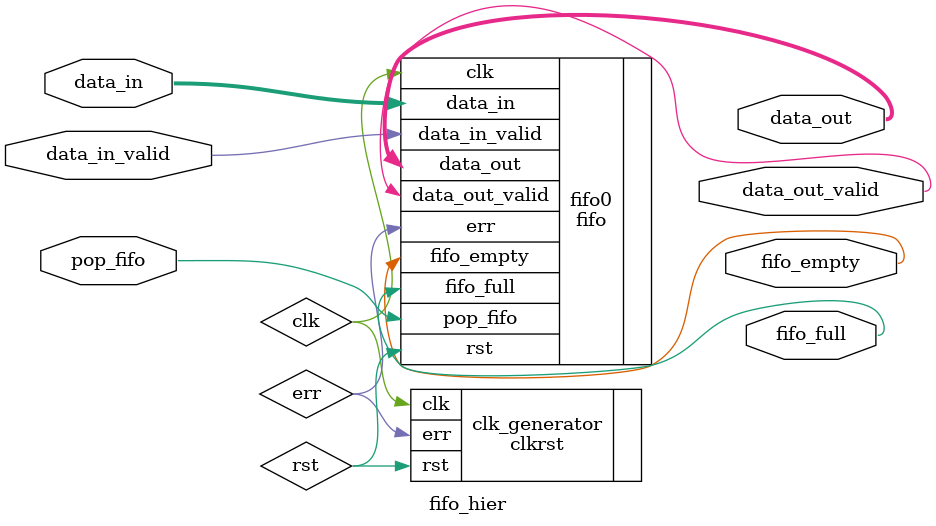
<source format=v>
/* $Author: karu $ */
/* $LastChangedDate: 2009-03-04 23:09:45 -0600 (Wed, 04 Mar 2009) $ */
/* $Rev: 45 $ */
// YOU SHALL NOT EDIT THIS FILE. ANY CHANGES TO THIS FILE WILL
// RESULT IN ZERO FOR THIS PROBLEM.

module fifo_hier(/*AUTOARG*/
   // Outputs
   data_out, fifo_empty, fifo_full, data_out_valid, 
   // Inputs
   data_in, data_in_valid, pop_fifo
   );

   input [63:0] data_in;
   input        data_in_valid;
   input        pop_fifo;

   output [63:0] data_out;
   output        fifo_empty;
   output        fifo_full;
   output        data_out_valid;

   clkrst clk_generator(.clk(clk),
                        .rst(rst),
                        .err(err) );

   fifo fifo0(/*AUTOINST*/
              // Outputs
              .data_out                 (data_out[63:0]),
              .fifo_empty               (fifo_empty),
              .fifo_full                (fifo_full),
              .data_out_valid           (data_out_valid),
              .err                      (err),
              // Inputs
              .data_in                  (data_in[63:0]),
              .data_in_valid            (data_in_valid),
              .pop_fifo                 (pop_fifo),
              .clk                      (clk),
              .rst                      (rst));
   
   


endmodule
// DUMMY LINE FOR REV CONTROL :1:

</source>
